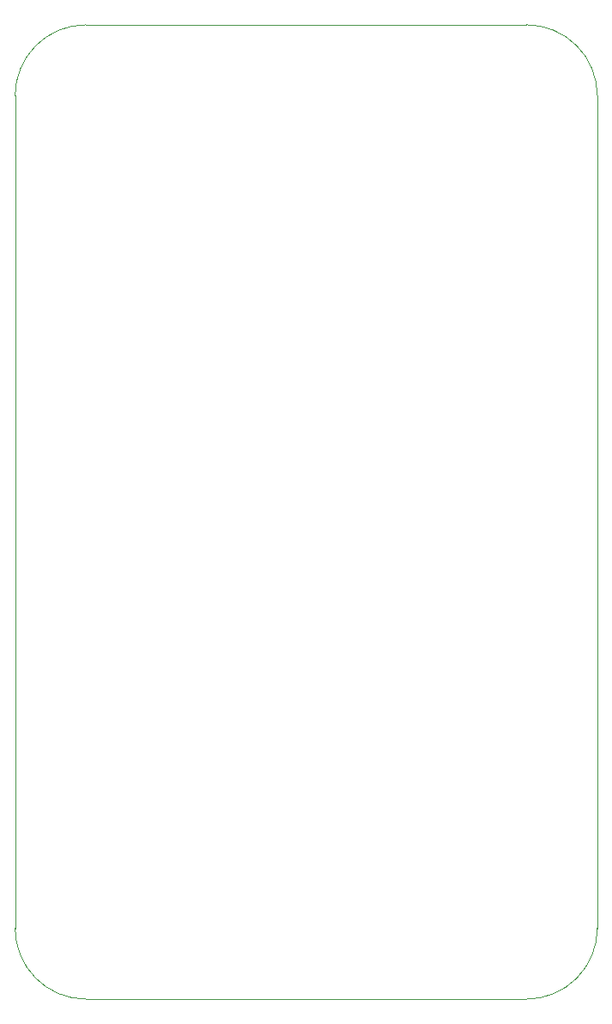
<source format=gm1>
G04 #@! TF.GenerationSoftware,KiCad,Pcbnew,(6.0.4)*
G04 #@! TF.CreationDate,2022-12-31T00:25:53-05:00*
G04 #@! TF.ProjectId,intellivision t-card replic,696e7465-6c6c-4697-9669-73696f6e2074,rev?*
G04 #@! TF.SameCoordinates,Original*
G04 #@! TF.FileFunction,Profile,NP*
%FSLAX46Y46*%
G04 Gerber Fmt 4.6, Leading zero omitted, Abs format (unit mm)*
G04 Created by KiCad (PCBNEW (6.0.4)) date 2022-12-31 00:25:53*
%MOMM*%
%LPD*%
G01*
G04 APERTURE LIST*
G04 #@! TA.AperFunction,Profile*
%ADD10C,0.100000*%
G04 #@! TD*
G04 APERTURE END LIST*
D10*
X146825900Y-24765000D02*
G75*
G03*
X139840859Y-17780000I-6985000J0D01*
G01*
X89394141Y-106820859D02*
G75*
G03*
X96379141Y-113805859I6984959J-41D01*
G01*
X96379141Y-17780000D02*
X139840859Y-17780000D01*
X139840859Y-113805859D02*
G75*
G03*
X146825859Y-106820859I1J6984999D01*
G01*
X89394141Y-106820859D02*
X89394141Y-24765000D01*
X139840859Y-113805859D02*
X96379141Y-113805859D01*
X146825859Y-24765000D02*
X146825859Y-106820859D01*
X96379141Y-17780041D02*
G75*
G03*
X89394141Y-24765000I-41J-6984959D01*
G01*
M02*

</source>
